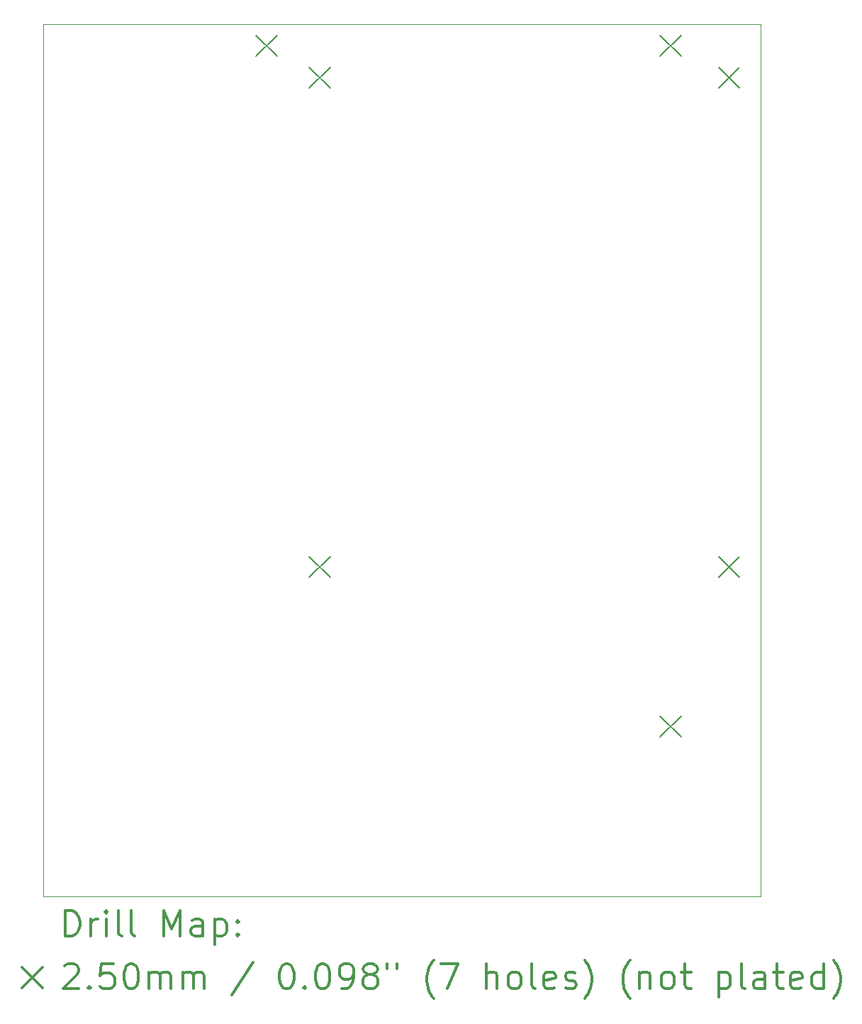
<source format=gbr>
%FSLAX45Y45*%
G04 Gerber Fmt 4.5, Leading zero omitted, Abs format (unit mm)*
G04 Created by KiCad (PCBNEW 4.0.7) date 03/02/18 17:19:39*
%MOMM*%
%LPD*%
G01*
G04 APERTURE LIST*
%ADD10C,0.127000*%
%ADD11C,0.100000*%
%ADD12C,0.200000*%
%ADD13C,0.300000*%
G04 APERTURE END LIST*
D10*
D11*
X10223500Y-5334000D02*
X10922000Y-5334000D01*
X10223500Y-15748000D02*
X10223500Y-5334000D01*
X10922000Y-15748000D02*
X10223500Y-15748000D01*
X18796000Y-15748000D02*
X17970500Y-15748000D01*
X18796000Y-5334000D02*
X18796000Y-15748000D01*
X10922000Y-5334000D02*
X18796000Y-5334000D01*
X10922000Y-15748000D02*
X17970500Y-15748000D01*
D12*
X12765500Y-5463000D02*
X13015500Y-5713000D01*
X13015500Y-5463000D02*
X12765500Y-5713000D01*
X13400500Y-5844000D02*
X13650500Y-6094000D01*
X13650500Y-5844000D02*
X13400500Y-6094000D01*
X13400500Y-11686000D02*
X13650500Y-11936000D01*
X13650500Y-11686000D02*
X13400500Y-11936000D01*
X17591500Y-5463000D02*
X17841500Y-5713000D01*
X17841500Y-5463000D02*
X17591500Y-5713000D01*
X17591500Y-13591000D02*
X17841500Y-13841000D01*
X17841500Y-13591000D02*
X17591500Y-13841000D01*
X18290000Y-5844000D02*
X18540000Y-6094000D01*
X18540000Y-5844000D02*
X18290000Y-6094000D01*
X18290000Y-11686000D02*
X18540000Y-11936000D01*
X18540000Y-11686000D02*
X18290000Y-11936000D01*
D13*
X10489929Y-16218714D02*
X10489929Y-15918714D01*
X10561357Y-15918714D01*
X10604214Y-15933000D01*
X10632786Y-15961571D01*
X10647071Y-15990143D01*
X10661357Y-16047286D01*
X10661357Y-16090143D01*
X10647071Y-16147286D01*
X10632786Y-16175857D01*
X10604214Y-16204429D01*
X10561357Y-16218714D01*
X10489929Y-16218714D01*
X10789929Y-16218714D02*
X10789929Y-16018714D01*
X10789929Y-16075857D02*
X10804214Y-16047286D01*
X10818500Y-16033000D01*
X10847071Y-16018714D01*
X10875643Y-16018714D01*
X10975643Y-16218714D02*
X10975643Y-16018714D01*
X10975643Y-15918714D02*
X10961357Y-15933000D01*
X10975643Y-15947286D01*
X10989929Y-15933000D01*
X10975643Y-15918714D01*
X10975643Y-15947286D01*
X11161357Y-16218714D02*
X11132786Y-16204429D01*
X11118500Y-16175857D01*
X11118500Y-15918714D01*
X11318500Y-16218714D02*
X11289928Y-16204429D01*
X11275643Y-16175857D01*
X11275643Y-15918714D01*
X11661357Y-16218714D02*
X11661357Y-15918714D01*
X11761357Y-16133000D01*
X11861357Y-15918714D01*
X11861357Y-16218714D01*
X12132786Y-16218714D02*
X12132786Y-16061571D01*
X12118500Y-16033000D01*
X12089928Y-16018714D01*
X12032786Y-16018714D01*
X12004214Y-16033000D01*
X12132786Y-16204429D02*
X12104214Y-16218714D01*
X12032786Y-16218714D01*
X12004214Y-16204429D01*
X11989928Y-16175857D01*
X11989928Y-16147286D01*
X12004214Y-16118714D01*
X12032786Y-16104429D01*
X12104214Y-16104429D01*
X12132786Y-16090143D01*
X12275643Y-16018714D02*
X12275643Y-16318714D01*
X12275643Y-16033000D02*
X12304214Y-16018714D01*
X12361357Y-16018714D01*
X12389928Y-16033000D01*
X12404214Y-16047286D01*
X12418500Y-16075857D01*
X12418500Y-16161571D01*
X12404214Y-16190143D01*
X12389928Y-16204429D01*
X12361357Y-16218714D01*
X12304214Y-16218714D01*
X12275643Y-16204429D01*
X12547071Y-16190143D02*
X12561357Y-16204429D01*
X12547071Y-16218714D01*
X12532786Y-16204429D01*
X12547071Y-16190143D01*
X12547071Y-16218714D01*
X12547071Y-16033000D02*
X12561357Y-16047286D01*
X12547071Y-16061571D01*
X12532786Y-16047286D01*
X12547071Y-16033000D01*
X12547071Y-16061571D01*
X9968500Y-16588000D02*
X10218500Y-16838000D01*
X10218500Y-16588000D02*
X9968500Y-16838000D01*
X10475643Y-16577286D02*
X10489929Y-16563000D01*
X10518500Y-16548714D01*
X10589929Y-16548714D01*
X10618500Y-16563000D01*
X10632786Y-16577286D01*
X10647071Y-16605857D01*
X10647071Y-16634429D01*
X10632786Y-16677286D01*
X10461357Y-16848714D01*
X10647071Y-16848714D01*
X10775643Y-16820143D02*
X10789929Y-16834429D01*
X10775643Y-16848714D01*
X10761357Y-16834429D01*
X10775643Y-16820143D01*
X10775643Y-16848714D01*
X11061357Y-16548714D02*
X10918500Y-16548714D01*
X10904214Y-16691571D01*
X10918500Y-16677286D01*
X10947071Y-16663000D01*
X11018500Y-16663000D01*
X11047071Y-16677286D01*
X11061357Y-16691571D01*
X11075643Y-16720143D01*
X11075643Y-16791572D01*
X11061357Y-16820143D01*
X11047071Y-16834429D01*
X11018500Y-16848714D01*
X10947071Y-16848714D01*
X10918500Y-16834429D01*
X10904214Y-16820143D01*
X11261357Y-16548714D02*
X11289928Y-16548714D01*
X11318500Y-16563000D01*
X11332786Y-16577286D01*
X11347071Y-16605857D01*
X11361357Y-16663000D01*
X11361357Y-16734429D01*
X11347071Y-16791572D01*
X11332786Y-16820143D01*
X11318500Y-16834429D01*
X11289928Y-16848714D01*
X11261357Y-16848714D01*
X11232786Y-16834429D01*
X11218500Y-16820143D01*
X11204214Y-16791572D01*
X11189928Y-16734429D01*
X11189928Y-16663000D01*
X11204214Y-16605857D01*
X11218500Y-16577286D01*
X11232786Y-16563000D01*
X11261357Y-16548714D01*
X11489928Y-16848714D02*
X11489928Y-16648714D01*
X11489928Y-16677286D02*
X11504214Y-16663000D01*
X11532786Y-16648714D01*
X11575643Y-16648714D01*
X11604214Y-16663000D01*
X11618500Y-16691571D01*
X11618500Y-16848714D01*
X11618500Y-16691571D02*
X11632786Y-16663000D01*
X11661357Y-16648714D01*
X11704214Y-16648714D01*
X11732786Y-16663000D01*
X11747071Y-16691571D01*
X11747071Y-16848714D01*
X11889928Y-16848714D02*
X11889928Y-16648714D01*
X11889928Y-16677286D02*
X11904214Y-16663000D01*
X11932786Y-16648714D01*
X11975643Y-16648714D01*
X12004214Y-16663000D01*
X12018500Y-16691571D01*
X12018500Y-16848714D01*
X12018500Y-16691571D02*
X12032786Y-16663000D01*
X12061357Y-16648714D01*
X12104214Y-16648714D01*
X12132786Y-16663000D01*
X12147071Y-16691571D01*
X12147071Y-16848714D01*
X12732786Y-16534429D02*
X12475643Y-16920143D01*
X13118500Y-16548714D02*
X13147071Y-16548714D01*
X13175643Y-16563000D01*
X13189928Y-16577286D01*
X13204214Y-16605857D01*
X13218500Y-16663000D01*
X13218500Y-16734429D01*
X13204214Y-16791572D01*
X13189928Y-16820143D01*
X13175643Y-16834429D01*
X13147071Y-16848714D01*
X13118500Y-16848714D01*
X13089928Y-16834429D01*
X13075643Y-16820143D01*
X13061357Y-16791572D01*
X13047071Y-16734429D01*
X13047071Y-16663000D01*
X13061357Y-16605857D01*
X13075643Y-16577286D01*
X13089928Y-16563000D01*
X13118500Y-16548714D01*
X13347071Y-16820143D02*
X13361357Y-16834429D01*
X13347071Y-16848714D01*
X13332786Y-16834429D01*
X13347071Y-16820143D01*
X13347071Y-16848714D01*
X13547071Y-16548714D02*
X13575643Y-16548714D01*
X13604214Y-16563000D01*
X13618500Y-16577286D01*
X13632785Y-16605857D01*
X13647071Y-16663000D01*
X13647071Y-16734429D01*
X13632785Y-16791572D01*
X13618500Y-16820143D01*
X13604214Y-16834429D01*
X13575643Y-16848714D01*
X13547071Y-16848714D01*
X13518500Y-16834429D01*
X13504214Y-16820143D01*
X13489928Y-16791572D01*
X13475643Y-16734429D01*
X13475643Y-16663000D01*
X13489928Y-16605857D01*
X13504214Y-16577286D01*
X13518500Y-16563000D01*
X13547071Y-16548714D01*
X13789928Y-16848714D02*
X13847071Y-16848714D01*
X13875643Y-16834429D01*
X13889928Y-16820143D01*
X13918500Y-16777286D01*
X13932785Y-16720143D01*
X13932785Y-16605857D01*
X13918500Y-16577286D01*
X13904214Y-16563000D01*
X13875643Y-16548714D01*
X13818500Y-16548714D01*
X13789928Y-16563000D01*
X13775643Y-16577286D01*
X13761357Y-16605857D01*
X13761357Y-16677286D01*
X13775643Y-16705857D01*
X13789928Y-16720143D01*
X13818500Y-16734429D01*
X13875643Y-16734429D01*
X13904214Y-16720143D01*
X13918500Y-16705857D01*
X13932785Y-16677286D01*
X14104214Y-16677286D02*
X14075643Y-16663000D01*
X14061357Y-16648714D01*
X14047071Y-16620143D01*
X14047071Y-16605857D01*
X14061357Y-16577286D01*
X14075643Y-16563000D01*
X14104214Y-16548714D01*
X14161357Y-16548714D01*
X14189928Y-16563000D01*
X14204214Y-16577286D01*
X14218500Y-16605857D01*
X14218500Y-16620143D01*
X14204214Y-16648714D01*
X14189928Y-16663000D01*
X14161357Y-16677286D01*
X14104214Y-16677286D01*
X14075643Y-16691571D01*
X14061357Y-16705857D01*
X14047071Y-16734429D01*
X14047071Y-16791572D01*
X14061357Y-16820143D01*
X14075643Y-16834429D01*
X14104214Y-16848714D01*
X14161357Y-16848714D01*
X14189928Y-16834429D01*
X14204214Y-16820143D01*
X14218500Y-16791572D01*
X14218500Y-16734429D01*
X14204214Y-16705857D01*
X14189928Y-16691571D01*
X14161357Y-16677286D01*
X14332786Y-16548714D02*
X14332786Y-16605857D01*
X14447071Y-16548714D02*
X14447071Y-16605857D01*
X14889928Y-16963000D02*
X14875643Y-16948714D01*
X14847071Y-16905857D01*
X14832785Y-16877286D01*
X14818500Y-16834429D01*
X14804214Y-16763000D01*
X14804214Y-16705857D01*
X14818500Y-16634429D01*
X14832785Y-16591571D01*
X14847071Y-16563000D01*
X14875643Y-16520143D01*
X14889928Y-16505857D01*
X14975643Y-16548714D02*
X15175643Y-16548714D01*
X15047071Y-16848714D01*
X15518500Y-16848714D02*
X15518500Y-16548714D01*
X15647071Y-16848714D02*
X15647071Y-16691571D01*
X15632785Y-16663000D01*
X15604214Y-16648714D01*
X15561357Y-16648714D01*
X15532785Y-16663000D01*
X15518500Y-16677286D01*
X15832785Y-16848714D02*
X15804214Y-16834429D01*
X15789928Y-16820143D01*
X15775643Y-16791572D01*
X15775643Y-16705857D01*
X15789928Y-16677286D01*
X15804214Y-16663000D01*
X15832785Y-16648714D01*
X15875643Y-16648714D01*
X15904214Y-16663000D01*
X15918500Y-16677286D01*
X15932785Y-16705857D01*
X15932785Y-16791572D01*
X15918500Y-16820143D01*
X15904214Y-16834429D01*
X15875643Y-16848714D01*
X15832785Y-16848714D01*
X16104214Y-16848714D02*
X16075643Y-16834429D01*
X16061357Y-16805857D01*
X16061357Y-16548714D01*
X16332786Y-16834429D02*
X16304214Y-16848714D01*
X16247071Y-16848714D01*
X16218500Y-16834429D01*
X16204214Y-16805857D01*
X16204214Y-16691571D01*
X16218500Y-16663000D01*
X16247071Y-16648714D01*
X16304214Y-16648714D01*
X16332786Y-16663000D01*
X16347071Y-16691571D01*
X16347071Y-16720143D01*
X16204214Y-16748714D01*
X16461357Y-16834429D02*
X16489928Y-16848714D01*
X16547071Y-16848714D01*
X16575643Y-16834429D01*
X16589928Y-16805857D01*
X16589928Y-16791572D01*
X16575643Y-16763000D01*
X16547071Y-16748714D01*
X16504214Y-16748714D01*
X16475643Y-16734429D01*
X16461357Y-16705857D01*
X16461357Y-16691571D01*
X16475643Y-16663000D01*
X16504214Y-16648714D01*
X16547071Y-16648714D01*
X16575643Y-16663000D01*
X16689928Y-16963000D02*
X16704214Y-16948714D01*
X16732786Y-16905857D01*
X16747071Y-16877286D01*
X16761357Y-16834429D01*
X16775643Y-16763000D01*
X16775643Y-16705857D01*
X16761357Y-16634429D01*
X16747071Y-16591571D01*
X16732786Y-16563000D01*
X16704214Y-16520143D01*
X16689928Y-16505857D01*
X17232786Y-16963000D02*
X17218500Y-16948714D01*
X17189928Y-16905857D01*
X17175643Y-16877286D01*
X17161357Y-16834429D01*
X17147071Y-16763000D01*
X17147071Y-16705857D01*
X17161357Y-16634429D01*
X17175643Y-16591571D01*
X17189928Y-16563000D01*
X17218500Y-16520143D01*
X17232786Y-16505857D01*
X17347071Y-16648714D02*
X17347071Y-16848714D01*
X17347071Y-16677286D02*
X17361357Y-16663000D01*
X17389928Y-16648714D01*
X17432786Y-16648714D01*
X17461357Y-16663000D01*
X17475643Y-16691571D01*
X17475643Y-16848714D01*
X17661357Y-16848714D02*
X17632786Y-16834429D01*
X17618500Y-16820143D01*
X17604214Y-16791572D01*
X17604214Y-16705857D01*
X17618500Y-16677286D01*
X17632786Y-16663000D01*
X17661357Y-16648714D01*
X17704214Y-16648714D01*
X17732786Y-16663000D01*
X17747071Y-16677286D01*
X17761357Y-16705857D01*
X17761357Y-16791572D01*
X17747071Y-16820143D01*
X17732786Y-16834429D01*
X17704214Y-16848714D01*
X17661357Y-16848714D01*
X17847071Y-16648714D02*
X17961357Y-16648714D01*
X17889929Y-16548714D02*
X17889929Y-16805857D01*
X17904214Y-16834429D01*
X17932786Y-16848714D01*
X17961357Y-16848714D01*
X18289929Y-16648714D02*
X18289929Y-16948714D01*
X18289929Y-16663000D02*
X18318500Y-16648714D01*
X18375643Y-16648714D01*
X18404214Y-16663000D01*
X18418500Y-16677286D01*
X18432786Y-16705857D01*
X18432786Y-16791572D01*
X18418500Y-16820143D01*
X18404214Y-16834429D01*
X18375643Y-16848714D01*
X18318500Y-16848714D01*
X18289929Y-16834429D01*
X18604214Y-16848714D02*
X18575643Y-16834429D01*
X18561357Y-16805857D01*
X18561357Y-16548714D01*
X18847071Y-16848714D02*
X18847071Y-16691571D01*
X18832786Y-16663000D01*
X18804214Y-16648714D01*
X18747071Y-16648714D01*
X18718500Y-16663000D01*
X18847071Y-16834429D02*
X18818500Y-16848714D01*
X18747071Y-16848714D01*
X18718500Y-16834429D01*
X18704214Y-16805857D01*
X18704214Y-16777286D01*
X18718500Y-16748714D01*
X18747071Y-16734429D01*
X18818500Y-16734429D01*
X18847071Y-16720143D01*
X18947071Y-16648714D02*
X19061357Y-16648714D01*
X18989929Y-16548714D02*
X18989929Y-16805857D01*
X19004214Y-16834429D01*
X19032786Y-16848714D01*
X19061357Y-16848714D01*
X19275643Y-16834429D02*
X19247072Y-16848714D01*
X19189929Y-16848714D01*
X19161357Y-16834429D01*
X19147072Y-16805857D01*
X19147072Y-16691571D01*
X19161357Y-16663000D01*
X19189929Y-16648714D01*
X19247072Y-16648714D01*
X19275643Y-16663000D01*
X19289929Y-16691571D01*
X19289929Y-16720143D01*
X19147072Y-16748714D01*
X19547072Y-16848714D02*
X19547072Y-16548714D01*
X19547072Y-16834429D02*
X19518500Y-16848714D01*
X19461357Y-16848714D01*
X19432786Y-16834429D01*
X19418500Y-16820143D01*
X19404214Y-16791572D01*
X19404214Y-16705857D01*
X19418500Y-16677286D01*
X19432786Y-16663000D01*
X19461357Y-16648714D01*
X19518500Y-16648714D01*
X19547072Y-16663000D01*
X19661357Y-16963000D02*
X19675643Y-16948714D01*
X19704214Y-16905857D01*
X19718500Y-16877286D01*
X19732786Y-16834429D01*
X19747072Y-16763000D01*
X19747072Y-16705857D01*
X19732786Y-16634429D01*
X19718500Y-16591571D01*
X19704214Y-16563000D01*
X19675643Y-16520143D01*
X19661357Y-16505857D01*
M02*

</source>
